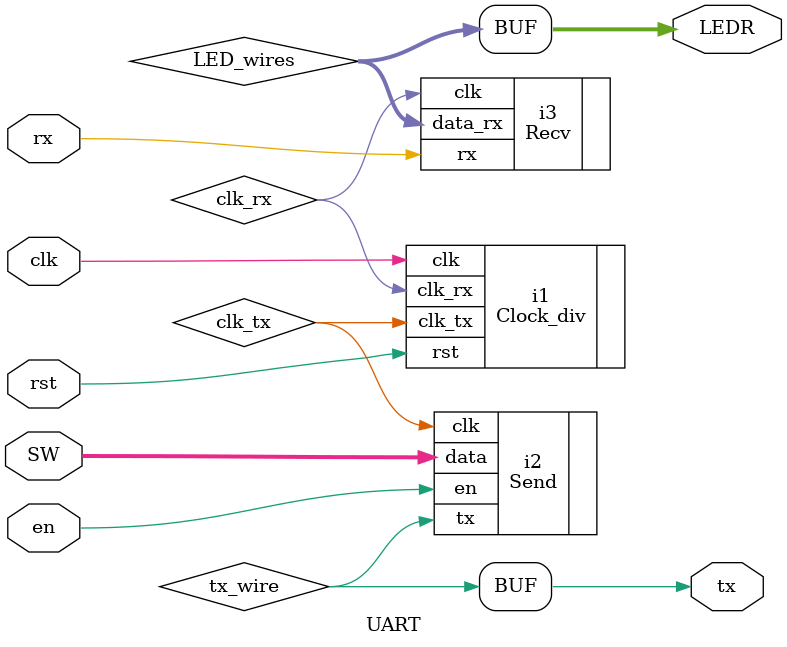
<source format=v>
module UART(clk,rst,en,SW,rx,tx,LEDR);

input clk;
input rst;
input [7:0] SW;
input en;

input rx;
output tx;
output [7:0] LEDR;

reg [7:0] LEDR;
reg tx;

/***********wires***********/
wire clk_tx;
wire clk_rx;
wire tx_wire;
wire [7:0] LED_wires;

Clock_div i1(
	.clk(clk),
	.rst(rst),
	.clk_tx(clk_tx),
	.clk_rx(clk_rx)
);

Send i2(
	.clk(clk_tx),
	.data(SW),
	.en(en),
	.tx(tx_wire)
);

Recv i3(
	.clk(clk_rx),
	.data_rx(LED_wires),
	.rx(rx)
);


always @(tx_wire) tx=tx_wire;
always @(LED_wires) LEDR=LED_wires;


endmodule
</source>
